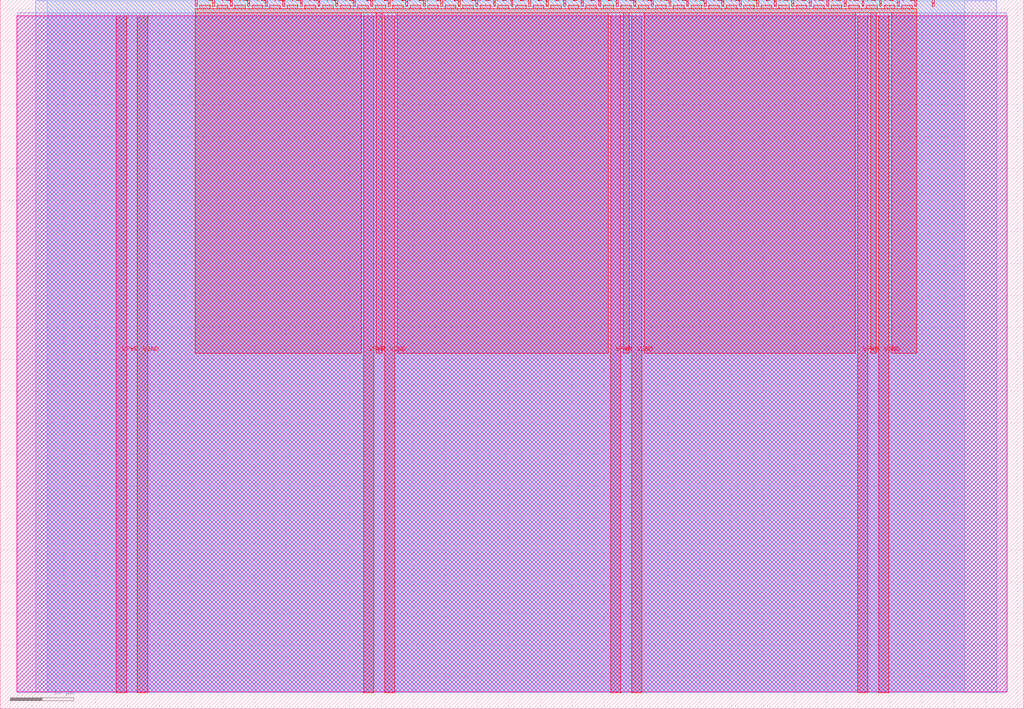
<source format=lef>
VERSION 5.7 ;
  NOWIREEXTENSIONATPIN ON ;
  DIVIDERCHAR "/" ;
  BUSBITCHARS "[]" ;
MACRO tt_um_rebeccargb_dipped
  CLASS BLOCK ;
  FOREIGN tt_um_rebeccargb_dipped ;
  ORIGIN 0.000 0.000 ;
  SIZE 161.000 BY 111.520 ;
  PIN VGND
    DIRECTION INOUT ;
    USE GROUND ;
    PORT
      LAYER met4 ;
        RECT 21.580 2.480 23.180 109.040 ;
    END
    PORT
      LAYER met4 ;
        RECT 60.450 2.480 62.050 109.040 ;
    END
    PORT
      LAYER met4 ;
        RECT 99.320 2.480 100.920 109.040 ;
    END
    PORT
      LAYER met4 ;
        RECT 138.190 2.480 139.790 109.040 ;
    END
  END VGND
  PIN VPWR
    DIRECTION INOUT ;
    USE POWER ;
    PORT
      LAYER met4 ;
        RECT 18.280 2.480 19.880 109.040 ;
    END
    PORT
      LAYER met4 ;
        RECT 57.150 2.480 58.750 109.040 ;
    END
    PORT
      LAYER met4 ;
        RECT 96.020 2.480 97.620 109.040 ;
    END
    PORT
      LAYER met4 ;
        RECT 134.890 2.480 136.490 109.040 ;
    END
  END VPWR
  PIN clk
    DIRECTION INPUT ;
    USE SIGNAL ;
    ANTENNAGATEAREA 0.852000 ;
    PORT
      LAYER met4 ;
        RECT 143.830 110.520 144.130 111.520 ;
    END
  END clk
  PIN ena
    DIRECTION INPUT ;
    USE SIGNAL ;
    PORT
      LAYER met4 ;
        RECT 146.590 110.520 146.890 111.520 ;
    END
  END ena
  PIN rst_n
    DIRECTION INPUT ;
    USE SIGNAL ;
    ANTENNAGATEAREA 0.196500 ;
    PORT
      LAYER met4 ;
        RECT 141.070 110.520 141.370 111.520 ;
    END
  END rst_n
  PIN ui_in[0]
    DIRECTION INPUT ;
    USE SIGNAL ;
    ANTENNAGATEAREA 0.196500 ;
    PORT
      LAYER met4 ;
        RECT 138.310 110.520 138.610 111.520 ;
    END
  END ui_in[0]
  PIN ui_in[1]
    DIRECTION INPUT ;
    USE SIGNAL ;
    ANTENNAGATEAREA 0.196500 ;
    PORT
      LAYER met4 ;
        RECT 135.550 110.520 135.850 111.520 ;
    END
  END ui_in[1]
  PIN ui_in[2]
    DIRECTION INPUT ;
    USE SIGNAL ;
    ANTENNAGATEAREA 0.213000 ;
    PORT
      LAYER met4 ;
        RECT 132.790 110.520 133.090 111.520 ;
    END
  END ui_in[2]
  PIN ui_in[3]
    DIRECTION INPUT ;
    USE SIGNAL ;
    ANTENNAGATEAREA 0.196500 ;
    PORT
      LAYER met4 ;
        RECT 130.030 110.520 130.330 111.520 ;
    END
  END ui_in[3]
  PIN ui_in[4]
    DIRECTION INPUT ;
    USE SIGNAL ;
    ANTENNAGATEAREA 0.196500 ;
    PORT
      LAYER met4 ;
        RECT 127.270 110.520 127.570 111.520 ;
    END
  END ui_in[4]
  PIN ui_in[5]
    DIRECTION INPUT ;
    USE SIGNAL ;
    ANTENNAGATEAREA 0.196500 ;
    PORT
      LAYER met4 ;
        RECT 124.510 110.520 124.810 111.520 ;
    END
  END ui_in[5]
  PIN ui_in[6]
    DIRECTION INPUT ;
    USE SIGNAL ;
    ANTENNAGATEAREA 0.196500 ;
    PORT
      LAYER met4 ;
        RECT 121.750 110.520 122.050 111.520 ;
    END
  END ui_in[6]
  PIN ui_in[7]
    DIRECTION INPUT ;
    USE SIGNAL ;
    ANTENNAGATEAREA 0.126000 ;
    PORT
      LAYER met4 ;
        RECT 118.990 110.520 119.290 111.520 ;
    END
  END ui_in[7]
  PIN uio_in[0]
    DIRECTION INPUT ;
    USE SIGNAL ;
    ANTENNAGATEAREA 0.196500 ;
    PORT
      LAYER met4 ;
        RECT 116.230 110.520 116.530 111.520 ;
    END
  END uio_in[0]
  PIN uio_in[1]
    DIRECTION INPUT ;
    USE SIGNAL ;
    ANTENNAGATEAREA 0.126000 ;
    PORT
      LAYER met4 ;
        RECT 113.470 110.520 113.770 111.520 ;
    END
  END uio_in[1]
  PIN uio_in[2]
    DIRECTION INPUT ;
    USE SIGNAL ;
    ANTENNAGATEAREA 0.196500 ;
    PORT
      LAYER met4 ;
        RECT 110.710 110.520 111.010 111.520 ;
    END
  END uio_in[2]
  PIN uio_in[3]
    DIRECTION INPUT ;
    USE SIGNAL ;
    ANTENNAGATEAREA 0.196500 ;
    PORT
      LAYER met4 ;
        RECT 107.950 110.520 108.250 111.520 ;
    END
  END uio_in[3]
  PIN uio_in[4]
    DIRECTION INPUT ;
    USE SIGNAL ;
    ANTENNAGATEAREA 0.196500 ;
    PORT
      LAYER met4 ;
        RECT 105.190 110.520 105.490 111.520 ;
    END
  END uio_in[4]
  PIN uio_in[5]
    DIRECTION INPUT ;
    USE SIGNAL ;
    ANTENNAGATEAREA 0.495000 ;
    PORT
      LAYER met4 ;
        RECT 102.430 110.520 102.730 111.520 ;
    END
  END uio_in[5]
  PIN uio_in[6]
    DIRECTION INPUT ;
    USE SIGNAL ;
    ANTENNAGATEAREA 0.196500 ;
    PORT
      LAYER met4 ;
        RECT 99.670 110.520 99.970 111.520 ;
    END
  END uio_in[6]
  PIN uio_in[7]
    DIRECTION INPUT ;
    USE SIGNAL ;
    ANTENNAGATEAREA 0.196500 ;
    PORT
      LAYER met4 ;
        RECT 96.910 110.520 97.210 111.520 ;
    END
  END uio_in[7]
  PIN uio_oe[0]
    DIRECTION OUTPUT ;
    USE SIGNAL ;
    ANTENNADIFFAREA 0.445500 ;
    PORT
      LAYER met4 ;
        RECT 49.990 110.520 50.290 111.520 ;
    END
  END uio_oe[0]
  PIN uio_oe[1]
    DIRECTION OUTPUT ;
    USE SIGNAL ;
    ANTENNADIFFAREA 0.445500 ;
    PORT
      LAYER met4 ;
        RECT 47.230 110.520 47.530 111.520 ;
    END
  END uio_oe[1]
  PIN uio_oe[2]
    DIRECTION OUTPUT ;
    USE SIGNAL ;
    ANTENNADIFFAREA 0.445500 ;
    PORT
      LAYER met4 ;
        RECT 44.470 110.520 44.770 111.520 ;
    END
  END uio_oe[2]
  PIN uio_oe[3]
    DIRECTION OUTPUT ;
    USE SIGNAL ;
    ANTENNADIFFAREA 0.445500 ;
    PORT
      LAYER met4 ;
        RECT 41.710 110.520 42.010 111.520 ;
    END
  END uio_oe[3]
  PIN uio_oe[4]
    DIRECTION OUTPUT ;
    USE SIGNAL ;
    ANTENNADIFFAREA 0.445500 ;
    PORT
      LAYER met4 ;
        RECT 38.950 110.520 39.250 111.520 ;
    END
  END uio_oe[4]
  PIN uio_oe[5]
    DIRECTION OUTPUT ;
    USE SIGNAL ;
    ANTENNADIFFAREA 0.445500 ;
    PORT
      LAYER met4 ;
        RECT 36.190 110.520 36.490 111.520 ;
    END
  END uio_oe[5]
  PIN uio_oe[6]
    DIRECTION OUTPUT ;
    USE SIGNAL ;
    ANTENNADIFFAREA 0.445500 ;
    PORT
      LAYER met4 ;
        RECT 33.430 110.520 33.730 111.520 ;
    END
  END uio_oe[6]
  PIN uio_oe[7]
    DIRECTION OUTPUT ;
    USE SIGNAL ;
    ANTENNAGATEAREA 1.113000 ;
    ANTENNADIFFAREA 1.242000 ;
    PORT
      LAYER met4 ;
        RECT 30.670 110.520 30.970 111.520 ;
    END
  END uio_oe[7]
  PIN uio_out[0]
    DIRECTION OUTPUT ;
    USE SIGNAL ;
    ANTENNADIFFAREA 0.643500 ;
    PORT
      LAYER met4 ;
        RECT 72.070 110.520 72.370 111.520 ;
    END
  END uio_out[0]
  PIN uio_out[1]
    DIRECTION OUTPUT ;
    USE SIGNAL ;
    ANTENNADIFFAREA 0.891000 ;
    PORT
      LAYER met4 ;
        RECT 69.310 110.520 69.610 111.520 ;
    END
  END uio_out[1]
  PIN uio_out[2]
    DIRECTION OUTPUT ;
    USE SIGNAL ;
    ANTENNADIFFAREA 0.891000 ;
    PORT
      LAYER met4 ;
        RECT 66.550 110.520 66.850 111.520 ;
    END
  END uio_out[2]
  PIN uio_out[3]
    DIRECTION OUTPUT ;
    USE SIGNAL ;
    ANTENNADIFFAREA 0.891000 ;
    PORT
      LAYER met4 ;
        RECT 63.790 110.520 64.090 111.520 ;
    END
  END uio_out[3]
  PIN uio_out[4]
    DIRECTION OUTPUT ;
    USE SIGNAL ;
    ANTENNADIFFAREA 0.462000 ;
    PORT
      LAYER met4 ;
        RECT 61.030 110.520 61.330 111.520 ;
    END
  END uio_out[4]
  PIN uio_out[5]
    DIRECTION OUTPUT ;
    USE SIGNAL ;
    ANTENNADIFFAREA 0.643500 ;
    PORT
      LAYER met4 ;
        RECT 58.270 110.520 58.570 111.520 ;
    END
  END uio_out[5]
  PIN uio_out[6]
    DIRECTION OUTPUT ;
    USE SIGNAL ;
    ANTENNADIFFAREA 0.962500 ;
    PORT
      LAYER met4 ;
        RECT 55.510 110.520 55.810 111.520 ;
    END
  END uio_out[6]
  PIN uio_out[7]
    DIRECTION OUTPUT ;
    USE SIGNAL ;
    ANTENNADIFFAREA 0.911000 ;
    PORT
      LAYER met4 ;
        RECT 52.750 110.520 53.050 111.520 ;
    END
  END uio_out[7]
  PIN uo_out[0]
    DIRECTION OUTPUT ;
    USE SIGNAL ;
    ANTENNADIFFAREA 0.891000 ;
    PORT
      LAYER met4 ;
        RECT 94.150 110.520 94.450 111.520 ;
    END
  END uo_out[0]
  PIN uo_out[1]
    DIRECTION OUTPUT ;
    USE SIGNAL ;
    ANTENNADIFFAREA 0.891000 ;
    PORT
      LAYER met4 ;
        RECT 91.390 110.520 91.690 111.520 ;
    END
  END uo_out[1]
  PIN uo_out[2]
    DIRECTION OUTPUT ;
    USE SIGNAL ;
    ANTENNADIFFAREA 0.924000 ;
    PORT
      LAYER met4 ;
        RECT 88.630 110.520 88.930 111.520 ;
    END
  END uo_out[2]
  PIN uo_out[3]
    DIRECTION OUTPUT ;
    USE SIGNAL ;
    ANTENNADIFFAREA 0.891000 ;
    PORT
      LAYER met4 ;
        RECT 85.870 110.520 86.170 111.520 ;
    END
  END uo_out[3]
  PIN uo_out[4]
    DIRECTION OUTPUT ;
    USE SIGNAL ;
    ANTENNADIFFAREA 0.891000 ;
    PORT
      LAYER met4 ;
        RECT 83.110 110.520 83.410 111.520 ;
    END
  END uo_out[4]
  PIN uo_out[5]
    DIRECTION OUTPUT ;
    USE SIGNAL ;
    ANTENNADIFFAREA 0.891000 ;
    PORT
      LAYER met4 ;
        RECT 80.350 110.520 80.650 111.520 ;
    END
  END uo_out[5]
  PIN uo_out[6]
    DIRECTION OUTPUT ;
    USE SIGNAL ;
    ANTENNADIFFAREA 0.891000 ;
    PORT
      LAYER met4 ;
        RECT 77.590 110.520 77.890 111.520 ;
    END
  END uo_out[6]
  PIN uo_out[7]
    DIRECTION OUTPUT ;
    USE SIGNAL ;
    ANTENNADIFFAREA 0.891000 ;
    PORT
      LAYER met4 ;
        RECT 74.830 110.520 75.130 111.520 ;
    END
  END uo_out[7]
  OBS
      LAYER nwell ;
        RECT 2.570 2.635 158.430 108.990 ;
      LAYER li1 ;
        RECT 2.760 2.635 158.240 108.885 ;
      LAYER met1 ;
        RECT 2.760 2.480 158.240 109.440 ;
      LAYER met2 ;
        RECT 5.620 2.535 156.760 111.365 ;
      LAYER met3 ;
        RECT 7.425 2.555 151.735 111.345 ;
      LAYER met4 ;
        RECT 31.370 110.120 33.030 110.665 ;
        RECT 34.130 110.120 35.790 110.665 ;
        RECT 36.890 110.120 38.550 110.665 ;
        RECT 39.650 110.120 41.310 110.665 ;
        RECT 42.410 110.120 44.070 110.665 ;
        RECT 45.170 110.120 46.830 110.665 ;
        RECT 47.930 110.120 49.590 110.665 ;
        RECT 50.690 110.120 52.350 110.665 ;
        RECT 53.450 110.120 55.110 110.665 ;
        RECT 56.210 110.120 57.870 110.665 ;
        RECT 58.970 110.120 60.630 110.665 ;
        RECT 61.730 110.120 63.390 110.665 ;
        RECT 64.490 110.120 66.150 110.665 ;
        RECT 67.250 110.120 68.910 110.665 ;
        RECT 70.010 110.120 71.670 110.665 ;
        RECT 72.770 110.120 74.430 110.665 ;
        RECT 75.530 110.120 77.190 110.665 ;
        RECT 78.290 110.120 79.950 110.665 ;
        RECT 81.050 110.120 82.710 110.665 ;
        RECT 83.810 110.120 85.470 110.665 ;
        RECT 86.570 110.120 88.230 110.665 ;
        RECT 89.330 110.120 90.990 110.665 ;
        RECT 92.090 110.120 93.750 110.665 ;
        RECT 94.850 110.120 96.510 110.665 ;
        RECT 97.610 110.120 99.270 110.665 ;
        RECT 100.370 110.120 102.030 110.665 ;
        RECT 103.130 110.120 104.790 110.665 ;
        RECT 105.890 110.120 107.550 110.665 ;
        RECT 108.650 110.120 110.310 110.665 ;
        RECT 111.410 110.120 113.070 110.665 ;
        RECT 114.170 110.120 115.830 110.665 ;
        RECT 116.930 110.120 118.590 110.665 ;
        RECT 119.690 110.120 121.350 110.665 ;
        RECT 122.450 110.120 124.110 110.665 ;
        RECT 125.210 110.120 126.870 110.665 ;
        RECT 127.970 110.120 129.630 110.665 ;
        RECT 130.730 110.120 132.390 110.665 ;
        RECT 133.490 110.120 135.150 110.665 ;
        RECT 136.250 110.120 137.910 110.665 ;
        RECT 139.010 110.120 140.670 110.665 ;
        RECT 141.770 110.120 143.430 110.665 ;
        RECT 30.655 109.440 144.145 110.120 ;
        RECT 30.655 55.935 56.750 109.440 ;
        RECT 59.150 55.935 60.050 109.440 ;
        RECT 62.450 55.935 95.620 109.440 ;
        RECT 98.020 55.935 98.920 109.440 ;
        RECT 101.320 55.935 134.490 109.440 ;
        RECT 136.890 55.935 137.790 109.440 ;
        RECT 140.190 55.935 144.145 109.440 ;
  END
END tt_um_rebeccargb_dipped
END LIBRARY


</source>
